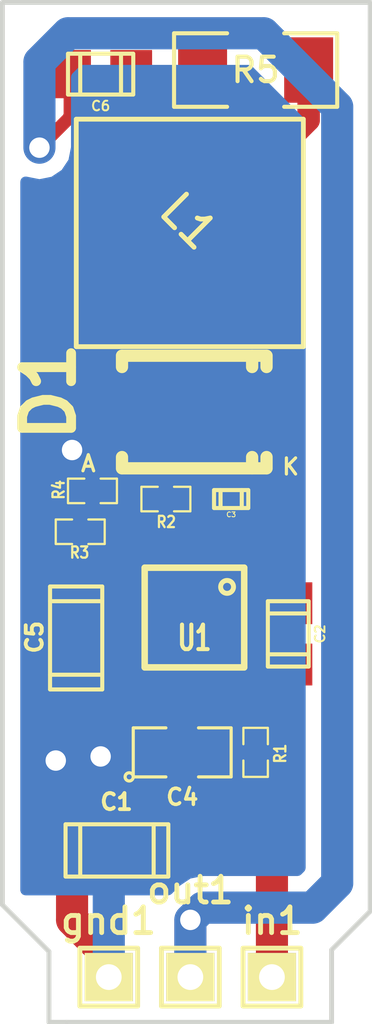
<source format=kicad_pcb>
(kicad_pcb (version 4) (host pcbnew "(2014-10-31 BZR 5243)-product")

  (general
    (links 28)
    (no_connects 0)
    (area 148.790143 109.074999 171.286143 140.925001)
    (thickness 1.6)
    (drawings 9)
    (tracks 109)
    (zones 0)
    (modules 17)
    (nets 11)
  )

  (page A4)
  (layers
    (0 F.Cu signal)
    (31 B.Cu signal)
    (32 B.Adhes user)
    (33 F.Adhes user)
    (34 B.Paste user)
    (35 F.Paste user)
    (36 B.SilkS user)
    (37 F.SilkS user)
    (38 B.Mask user)
    (39 F.Mask user)
    (40 Dwgs.User user)
    (41 Cmts.User user)
    (42 Eco1.User user)
    (43 Eco2.User user)
    (44 Edge.Cuts user)
  )

  (setup
    (last_trace_width 0.254)
    (user_trace_width 0.3)
    (user_trace_width 0.35)
    (user_trace_width 0.4)
    (user_trace_width 0.45)
    (user_trace_width 0.5)
    (user_trace_width 0.6)
    (user_trace_width 0.7)
    (user_trace_width 0.8)
    (user_trace_width 0.9)
    (user_trace_width 1)
    (trace_clearance 0.254)
    (zone_clearance 0.4826)
    (zone_45_only no)
    (trace_min 0.254)
    (segment_width 0.2)
    (edge_width 0.15)
    (via_size 0.889)
    (via_drill 0.635)
    (via_min_size 0.889)
    (via_min_drill 0.508)
    (uvia_size 0.508)
    (uvia_drill 0.127)
    (uvias_allowed no)
    (uvia_min_size 0.508)
    (uvia_min_drill 0.127)
    (pcb_text_width 0.3)
    (pcb_text_size 1 1)
    (mod_edge_width 0.15)
    (mod_text_size 1 1)
    (mod_text_width 0.15)
    (pad_size 1 1)
    (pad_drill 0.6)
    (pad_to_mask_clearance 0)
    (aux_axis_origin 0 0)
    (visible_elements FFFFFF7F)
    (pcbplotparams
      (layerselection 0x01000_00000000)
      (usegerberextensions true)
      (excludeedgelayer true)
      (linewidth 0.100000)
      (plotframeref false)
      (viasonmask false)
      (mode 1)
      (useauxorigin false)
      (hpglpennumber 1)
      (hpglpenspeed 20)
      (hpglpendiameter 15)
      (hpglpenoverlay 2)
      (psnegative false)
      (psa4output false)
      (plotreference true)
      (plotvalue true)
      (plotinvisibletext false)
      (padsonsilk false)
      (subtractmaskfromsilk false)
      (outputformat 1)
      (mirror false)
      (drillshape 0)
      (scaleselection 1)
      (outputdirectory gerber/))
  )

  (net 0 "")
  (net 1 "Net-(C1-Pad1)")
  (net 2 GND)
  (net 3 "Net-(C3-Pad1)")
  (net 4 "Net-(C3-Pad2)")
  (net 5 "Net-(C4-Pad2)")
  (net 6 "Net-(C5-Pad1)")
  (net 7 "Net-(C5-Pad2)")
  (net 8 "Net-(C6-Pad2)")
  (net 9 "Net-(R1-Pad2)")
  (net 10 "Net-(R2-Pad1)")

  (net_class Default "Dies ist die voreingestellte Netzklasse."
    (clearance 0.254)
    (trace_width 0.254)
    (via_dia 0.889)
    (via_drill 0.635)
    (uvia_dia 0.508)
    (uvia_drill 0.127)
    (add_net GND)
    (add_net "Net-(C1-Pad1)")
    (add_net "Net-(C3-Pad1)")
    (add_net "Net-(C3-Pad2)")
    (add_net "Net-(C4-Pad2)")
    (add_net "Net-(C5-Pad1)")
    (add_net "Net-(C5-Pad2)")
    (add_net "Net-(C6-Pad2)")
    (add_net "Net-(R1-Pad2)")
    (add_net "Net-(R2-Pad1)")
  )

  (module Capacitors_SMD:c_1206 (layer F.Cu) (tedit 5473DA95) (tstamp 533F33AD)
    (at 153.416 135.509)
    (descr "SMT capacitor, 1206")
    (path /52FBFDD0)
    (fp_text reference C1 (at -0.016 -1.509) (layer F.SilkS)
      (effects (font (size 0.50038 0.50038) (thickness 0.11938)))
    )
    (fp_text value Cin (at 0 1.27) (layer F.SilkS) hide
      (effects (font (size 0.50038 0.50038) (thickness 0.11938)))
    )
    (fp_line (start 1.143 0.8128) (end 1.143 -0.8128) (layer F.SilkS) (width 0.127))
    (fp_line (start -1.143 -0.8128) (end -1.143 0.8128) (layer F.SilkS) (width 0.127))
    (fp_line (start -1.6002 -0.8128) (end -1.6002 0.8128) (layer F.SilkS) (width 0.127))
    (fp_line (start -1.6002 0.8128) (end 1.6002 0.8128) (layer F.SilkS) (width 0.127))
    (fp_line (start 1.6002 0.8128) (end 1.6002 -0.8128) (layer F.SilkS) (width 0.127))
    (fp_line (start 1.6002 -0.8128) (end -1.6002 -0.8128) (layer F.SilkS) (width 0.127))
    (pad 1 smd rect (at 1.397 0) (size 1.6002 1.8034) (layers F.Cu F.Paste F.Mask)
      (net 1 "Net-(C1-Pad1)"))
    (pad 2 smd rect (at -1.397 0) (size 1.6002 1.8034) (layers F.Cu F.Paste F.Mask)
      (net 2 GND))
    (model smd/capacitors/c_1206.wrl
      (at (xyz 0 0 0))
      (scale (xyz 1 1 1))
      (rotate (xyz 0 0 0))
    )
  )

  (module Capacitors_SMD:c_0805 (layer F.Cu) (tedit 533F3362) (tstamp 533F33B9)
    (at 158.75 128.778 270)
    (descr "SMT capacitor, 0805")
    (path /52FBFDE2)
    (fp_text reference C2 (at 0 -0.9906 270) (layer F.SilkS)
      (effects (font (size 0.29972 0.29972) (thickness 0.06096)))
    )
    (fp_text value Cinx (at 0 0.9906 270) (layer F.SilkS) hide
      (effects (font (size 0.29972 0.29972) (thickness 0.06096)))
    )
    (fp_line (start 0.635 -0.635) (end 0.635 0.635) (layer F.SilkS) (width 0.127))
    (fp_line (start -0.635 -0.635) (end -0.635 0.6096) (layer F.SilkS) (width 0.127))
    (fp_line (start -1.016 -0.635) (end 1.016 -0.635) (layer F.SilkS) (width 0.127))
    (fp_line (start 1.016 -0.635) (end 1.016 0.635) (layer F.SilkS) (width 0.127))
    (fp_line (start 1.016 0.635) (end -1.016 0.635) (layer F.SilkS) (width 0.127))
    (fp_line (start -1.016 0.635) (end -1.016 -0.635) (layer F.SilkS) (width 0.127))
    (pad 1 smd rect (at 0.9525 0 270) (size 1.30048 1.4986) (layers F.Cu F.Paste F.Mask)
      (net 1 "Net-(C1-Pad1)"))
    (pad 2 smd rect (at -0.9525 0 270) (size 1.30048 1.4986) (layers F.Cu F.Paste F.Mask)
      (net 2 GND))
    (model smd/capacitors/c_0805.wrl
      (at (xyz 0 0 0))
      (scale (xyz 1 1 1))
      (rotate (xyz 0 0 0))
    )
  )

  (module Capacitors_SMD:c_0402 (layer F.Cu) (tedit 533F3362) (tstamp 533F33C5)
    (at 156.972 124.587 180)
    (descr "SMT capacitor, 0402")
    (path /52FBFE01)
    (fp_text reference C3 (at 0 -0.4826 180) (layer F.SilkS)
      (effects (font (size 0.1524 0.1524) (thickness 0.03048)))
    )
    (fp_text value Cb (at 0 0.4826 180) (layer F.SilkS) hide
      (effects (font (size 0.1524 0.1524) (thickness 0.03048)))
    )
    (fp_line (start 0.3302 -0.2794) (end 0.3302 0.2794) (layer F.SilkS) (width 0.127))
    (fp_line (start -0.3302 -0.2794) (end -0.3302 0.2794) (layer F.SilkS) (width 0.127))
    (fp_line (start -0.5334 -0.2794) (end -0.5334 0.2794) (layer F.SilkS) (width 0.127))
    (fp_line (start -0.5334 0.2794) (end 0.5334 0.2794) (layer F.SilkS) (width 0.127))
    (fp_line (start 0.5334 0.2794) (end 0.5334 -0.2794) (layer F.SilkS) (width 0.127))
    (fp_line (start 0.5334 -0.2794) (end -0.5334 -0.2794) (layer F.SilkS) (width 0.127))
    (pad 1 smd rect (at 0.54864 0 180) (size 0.8001 0.6985) (layers F.Cu F.Paste F.Mask)
      (net 3 "Net-(C3-Pad1)"))
    (pad 2 smd rect (at -0.54864 0 180) (size 0.8001 0.6985) (layers F.Cu F.Paste F.Mask)
      (net 4 "Net-(C3-Pad2)"))
    (model smd/capacitors/c_0402.wrl
      (at (xyz 0 0 0))
      (scale (xyz 1 1 1))
      (rotate (xyz 0 0 0))
    )
  )

  (module Capacitors_SMD:c_1206 (layer F.Cu) (tedit 533F3362) (tstamp 533F33DD)
    (at 152.146 128.905 90)
    (descr "SMT capacitor, 1206")
    (path /52FBFEA0)
    (fp_text reference C5 (at 0.0254 -1.2954 90) (layer F.SilkS)
      (effects (font (size 0.50038 0.50038) (thickness 0.11938)))
    )
    (fp_text value Cff (at 0 1.27 90) (layer F.SilkS) hide
      (effects (font (size 0.50038 0.50038) (thickness 0.11938)))
    )
    (fp_line (start 1.143 0.8128) (end 1.143 -0.8128) (layer F.SilkS) (width 0.127))
    (fp_line (start -1.143 -0.8128) (end -1.143 0.8128) (layer F.SilkS) (width 0.127))
    (fp_line (start -1.6002 -0.8128) (end -1.6002 0.8128) (layer F.SilkS) (width 0.127))
    (fp_line (start -1.6002 0.8128) (end 1.6002 0.8128) (layer F.SilkS) (width 0.127))
    (fp_line (start 1.6002 0.8128) (end 1.6002 -0.8128) (layer F.SilkS) (width 0.127))
    (fp_line (start 1.6002 -0.8128) (end -1.6002 -0.8128) (layer F.SilkS) (width 0.127))
    (pad 1 smd rect (at 1.397 0 90) (size 1.6002 1.8034) (layers F.Cu F.Paste F.Mask)
      (net 6 "Net-(C5-Pad1)"))
    (pad 2 smd rect (at -1.397 0 90) (size 1.6002 1.8034) (layers F.Cu F.Paste F.Mask)
      (net 7 "Net-(C5-Pad2)"))
    (model smd/capacitors/c_1206.wrl
      (at (xyz 0 0 0))
      (scale (xyz 1 1 1))
      (rotate (xyz 0 0 0))
    )
  )

  (module Capacitors_SMD:c_0805 (layer F.Cu) (tedit 533F3362) (tstamp 533F33E9)
    (at 152.908 111.379 180)
    (descr "SMT capacitor, 0805")
    (path /52FBFEF2)
    (fp_text reference C6 (at 0 -0.9906 180) (layer F.SilkS)
      (effects (font (size 0.29972 0.29972) (thickness 0.06096)))
    )
    (fp_text value Cout (at 0 0.9906 180) (layer F.SilkS) hide
      (effects (font (size 0.29972 0.29972) (thickness 0.06096)))
    )
    (fp_line (start 0.635 -0.635) (end 0.635 0.635) (layer F.SilkS) (width 0.127))
    (fp_line (start -0.635 -0.635) (end -0.635 0.6096) (layer F.SilkS) (width 0.127))
    (fp_line (start -1.016 -0.635) (end 1.016 -0.635) (layer F.SilkS) (width 0.127))
    (fp_line (start 1.016 -0.635) (end 1.016 0.635) (layer F.SilkS) (width 0.127))
    (fp_line (start 1.016 0.635) (end -1.016 0.635) (layer F.SilkS) (width 0.127))
    (fp_line (start -1.016 0.635) (end -1.016 -0.635) (layer F.SilkS) (width 0.127))
    (pad 1 smd rect (at 0.9525 0 180) (size 1.30048 1.4986) (layers F.Cu F.Paste F.Mask)
      (net 6 "Net-(C5-Pad1)"))
    (pad 2 smd rect (at -0.9525 0 180) (size 1.30048 1.4986) (layers F.Cu F.Paste F.Mask)
      (net 8 "Net-(C6-Pad2)"))
    (model smd/capacitors/c_0805.wrl
      (at (xyz 0 0 0))
      (scale (xyz 1 1 1))
      (rotate (xyz 0 0 0))
    )
  )

  (module Diodes_SMD:Diode-SMA_Standard (layer F.Cu) (tedit 5473DA09) (tstamp 533F33FA)
    (at 155.82392 121.8819)
    (descr "Diode SMA")
    (tags "Diode SMA")
    (path /52FBFE0E)
    (attr smd)
    (fp_text reference D1 (at -4.52392 -0.6319 270) (layer F.SilkS)
      (effects (font (thickness 0.3048)))
    )
    (fp_text value DIODESCH (at 0 3.81) (layer F.SilkS) hide
      (effects (font (thickness 0.3048)))
    )
    (fp_text user A (at -3.29946 1.6002) (layer F.SilkS)
      (effects (font (size 0.50038 0.50038) (thickness 0.09906)))
    )
    (fp_text user K (at 2.99974 1.69926) (layer F.SilkS)
      (effects (font (size 0.50038 0.50038) (thickness 0.09906)))
    )
    (fp_circle (center 0 0) (end 0.20066 -0.0508) (layer F.Adhes) (width 0.381))
    (fp_line (start 1.80086 1.75006) (end 1.80086 1.39954) (layer F.SilkS) (width 0.381))
    (fp_line (start 1.80086 -1.75006) (end 1.80086 -1.39954) (layer F.SilkS) (width 0.381))
    (fp_line (start 2.25044 1.75006) (end 2.25044 1.39954) (layer F.SilkS) (width 0.381))
    (fp_line (start -2.25044 1.75006) (end -2.25044 1.39954) (layer F.SilkS) (width 0.381))
    (fp_line (start -2.25044 -1.75006) (end -2.25044 -1.39954) (layer F.SilkS) (width 0.381))
    (fp_line (start 2.25044 -1.75006) (end 2.25044 -1.39954) (layer F.SilkS) (width 0.381))
    (fp_line (start -2.25044 1.75006) (end 2.25044 1.75006) (layer F.SilkS) (width 0.381))
    (fp_line (start -2.25044 -1.75006) (end 2.25044 -1.75006) (layer F.SilkS) (width 0.381))
    (pad 1 smd rect (at -1.99898 0) (size 2.49936 1.80086) (layers F.Cu F.Paste F.Mask)
      (net 2 GND))
    (pad 2 smd rect (at 1.99898 0) (size 2.49936 1.80086) (layers F.Cu F.Paste F.Mask)
      (net 4 "Net-(C3-Pad2)"))
    (model SMA_Faktor03937_RevA_06Sep2012.wrl
      (at (xyz 0 0 0))
      (scale (xyz 0.3937 0.3937 0.3937))
      (rotate (xyz 0 0 0))
    )
  )

  (module SMD_Packages:SM0402 (layer F.Cu) (tedit 5473DA45) (tstamp 534053F7)
    (at 157.734 132.461 270)
    (path /52FBFDEF)
    (attr smd)
    (fp_text reference R1 (at 0.039 -0.766 270) (layer F.SilkS)
      (effects (font (size 0.35052 0.3048) (thickness 0.07112)))
    )
    (fp_text value Ron (at 0.09906 0 270) (layer F.SilkS) hide
      (effects (font (size 0.35052 0.3048) (thickness 0.07112)))
    )
    (fp_line (start -0.254 -0.381) (end -0.762 -0.381) (layer F.SilkS) (width 0.07112))
    (fp_line (start -0.762 -0.381) (end -0.762 0.381) (layer F.SilkS) (width 0.07112))
    (fp_line (start -0.762 0.381) (end -0.254 0.381) (layer F.SilkS) (width 0.07112))
    (fp_line (start 0.254 -0.381) (end 0.762 -0.381) (layer F.SilkS) (width 0.07112))
    (fp_line (start 0.762 -0.381) (end 0.762 0.381) (layer F.SilkS) (width 0.07112))
    (fp_line (start 0.762 0.381) (end 0.254 0.381) (layer F.SilkS) (width 0.07112))
    (pad 1 smd rect (at -0.44958 0 270) (size 0.39878 0.59944) (layers F.Cu F.Paste F.Mask)
      (net 1 "Net-(C1-Pad1)"))
    (pad 2 smd rect (at 0.44958 0 270) (size 0.39878 0.59944) (layers F.Cu F.Paste F.Mask)
      (net 9 "Net-(R1-Pad2)"))
    (model smd\chip_cms.wrl
      (at (xyz 0 0 0.002))
      (scale (xyz 0.05 0.05 0.05))
      (rotate (xyz 0 0 0))
    )
  )

  (module SMD_Packages:SM0402 (layer F.Cu) (tedit 5473DA17) (tstamp 533F341E)
    (at 154.94 124.587 180)
    (path /52FBFE5D)
    (attr smd)
    (fp_text reference R2 (at -0.01 -0.713 180) (layer F.SilkS)
      (effects (font (size 0.35052 0.3048) (thickness 0.07112)))
    )
    (fp_text value Rilim (at 0.09906 0 180) (layer F.SilkS) hide
      (effects (font (size 0.35052 0.3048) (thickness 0.07112)))
    )
    (fp_line (start -0.254 -0.381) (end -0.762 -0.381) (layer F.SilkS) (width 0.07112))
    (fp_line (start -0.762 -0.381) (end -0.762 0.381) (layer F.SilkS) (width 0.07112))
    (fp_line (start -0.762 0.381) (end -0.254 0.381) (layer F.SilkS) (width 0.07112))
    (fp_line (start 0.254 -0.381) (end 0.762 -0.381) (layer F.SilkS) (width 0.07112))
    (fp_line (start 0.762 -0.381) (end 0.762 0.381) (layer F.SilkS) (width 0.07112))
    (fp_line (start 0.762 0.381) (end 0.254 0.381) (layer F.SilkS) (width 0.07112))
    (pad 1 smd rect (at -0.44958 0 180) (size 0.39878 0.59944) (layers F.Cu F.Paste F.Mask)
      (net 10 "Net-(R2-Pad1)"))
    (pad 2 smd rect (at 0.44958 0 180) (size 0.39878 0.59944) (layers F.Cu F.Paste F.Mask)
      (net 2 GND))
    (model smd\chip_cms.wrl
      (at (xyz 0 0 0.002))
      (scale (xyz 0.05 0.05 0.05))
      (rotate (xyz 0 0 0))
    )
  )

  (module SMD_Packages:SM0402 (layer F.Cu) (tedit 5473DA2A) (tstamp 533F342A)
    (at 152.273 125.603)
    (path /52FBFEC0)
    (attr smd)
    (fp_text reference R3 (at -0.023 0.647) (layer F.SilkS)
      (effects (font (size 0.35052 0.3048) (thickness 0.07112)))
    )
    (fp_text value Rfbt (at 0.09906 0) (layer F.SilkS) hide
      (effects (font (size 0.35052 0.3048) (thickness 0.07112)))
    )
    (fp_line (start -0.254 -0.381) (end -0.762 -0.381) (layer F.SilkS) (width 0.07112))
    (fp_line (start -0.762 -0.381) (end -0.762 0.381) (layer F.SilkS) (width 0.07112))
    (fp_line (start -0.762 0.381) (end -0.254 0.381) (layer F.SilkS) (width 0.07112))
    (fp_line (start 0.254 -0.381) (end 0.762 -0.381) (layer F.SilkS) (width 0.07112))
    (fp_line (start 0.762 -0.381) (end 0.762 0.381) (layer F.SilkS) (width 0.07112))
    (fp_line (start 0.762 0.381) (end 0.254 0.381) (layer F.SilkS) (width 0.07112))
    (pad 1 smd rect (at -0.44958 0) (size 0.39878 0.59944) (layers F.Cu F.Paste F.Mask)
      (net 6 "Net-(C5-Pad1)"))
    (pad 2 smd rect (at 0.44958 0) (size 0.39878 0.59944) (layers F.Cu F.Paste F.Mask)
      (net 7 "Net-(C5-Pad2)"))
    (model smd\chip_cms.wrl
      (at (xyz 0 0 0.002))
      (scale (xyz 0.05 0.05 0.05))
      (rotate (xyz 0 0 0))
    )
  )

  (module SMD_Packages:SM0402 (layer F.Cu) (tedit 5473DA21) (tstamp 533F3436)
    (at 152.654 124.333)
    (path /52FBFED9)
    (attr smd)
    (fp_text reference R4 (at -1.054 -0.033 90) (layer F.SilkS)
      (effects (font (size 0.35052 0.3048) (thickness 0.07112)))
    )
    (fp_text value Rfbb (at 0.09906 0) (layer F.SilkS) hide
      (effects (font (size 0.35052 0.3048) (thickness 0.07112)))
    )
    (fp_line (start -0.254 -0.381) (end -0.762 -0.381) (layer F.SilkS) (width 0.07112))
    (fp_line (start -0.762 -0.381) (end -0.762 0.381) (layer F.SilkS) (width 0.07112))
    (fp_line (start -0.762 0.381) (end -0.254 0.381) (layer F.SilkS) (width 0.07112))
    (fp_line (start 0.254 -0.381) (end 0.762 -0.381) (layer F.SilkS) (width 0.07112))
    (fp_line (start 0.762 -0.381) (end 0.762 0.381) (layer F.SilkS) (width 0.07112))
    (fp_line (start 0.762 0.381) (end 0.254 0.381) (layer F.SilkS) (width 0.07112))
    (pad 1 smd rect (at -0.44958 0) (size 0.39878 0.59944) (layers F.Cu F.Paste F.Mask)
      (net 7 "Net-(C5-Pad2)"))
    (pad 2 smd rect (at 0.44958 0) (size 0.39878 0.59944) (layers F.Cu F.Paste F.Mask)
      (net 2 GND))
    (model smd\chip_cms.wrl
      (at (xyz 0 0 0.002))
      (scale (xyz 0.05 0.05 0.05))
      (rotate (xyz 0 0 0))
    )
  )

  (module SMD_Packages:SM1206 (layer F.Cu) (tedit 533F3360) (tstamp 533F3442)
    (at 157.734 111.252)
    (path /52FBFF17)
    (attr smd)
    (fp_text reference R5 (at 0 0) (layer F.SilkS)
      (effects (font (size 0.762 0.762) (thickness 0.127)))
    )
    (fp_text value Rseries (at 0 0) (layer F.SilkS) hide
      (effects (font (size 0.762 0.762) (thickness 0.127)))
    )
    (fp_line (start -2.54 -1.143) (end -2.54 1.143) (layer F.SilkS) (width 0.127))
    (fp_line (start -2.54 1.143) (end -0.889 1.143) (layer F.SilkS) (width 0.127))
    (fp_line (start 0.889 -1.143) (end 2.54 -1.143) (layer F.SilkS) (width 0.127))
    (fp_line (start 2.54 -1.143) (end 2.54 1.143) (layer F.SilkS) (width 0.127))
    (fp_line (start 2.54 1.143) (end 0.889 1.143) (layer F.SilkS) (width 0.127))
    (fp_line (start -0.889 -1.143) (end -2.54 -1.143) (layer F.SilkS) (width 0.127))
    (pad 1 smd rect (at -1.651 0) (size 1.524 2.032) (layers F.Cu F.Paste F.Mask)
      (net 8 "Net-(C6-Pad2)"))
    (pad 2 smd rect (at 1.651 0) (size 1.524 2.032) (layers F.Cu F.Paste F.Mask)
      (net 2 GND))
    (model smd/chip_cms.wrl
      (at (xyz 0 0 0))
      (scale (xyz 0.17 0.16 0.16))
      (rotate (xyz 0 0 0))
    )
  )

  (module SMD_Packages:SSOP8-9 (layer F.Cu) (tedit 533F3360) (tstamp 533F3455)
    (at 155.829 128.27 180)
    (path /533F233B)
    (attr smd)
    (fp_text reference U1 (at 0 -0.635 180) (layer F.SilkS)
      (effects (font (size 0.762 0.508) (thickness 0.1524)))
    )
    (fp_text value L5009 (at 0 0.762 180) (layer F.SilkS) hide
      (effects (font (size 0.762 0.508) (thickness 0.1524)))
    )
    (fp_circle (center -1.016 0.9525) (end -1.0795 1.143) (layer F.SilkS) (width 0.1524))
    (fp_line (start 0 -1.5494) (end -1.5494 -1.5494) (layer F.SilkS) (width 0.2032))
    (fp_line (start -1.5494 -1.5494) (end -1.5494 1.5494) (layer F.SilkS) (width 0.2032))
    (fp_line (start -1.5494 1.5494) (end 1.5494 1.5494) (layer F.SilkS) (width 0.2032))
    (fp_line (start 1.5494 1.5494) (end 1.5494 -1.5494) (layer F.SilkS) (width 0.2032))
    (fp_line (start 1.5494 -1.5494) (end 0 -1.5494) (layer F.SilkS) (width 0.2032))
    (pad 1 smd rect (at -0.98044 1.99898 180) (size 0.4191 1.1684) (layers F.Cu F.Paste F.Mask)
      (net 4 "Net-(C3-Pad2)"))
    (pad 2 smd rect (at -0.3302 1.99898 180) (size 0.4191 1.1684) (layers F.Cu F.Paste F.Mask)
      (net 3 "Net-(C3-Pad1)"))
    (pad 3 smd rect (at 0.3302 1.99898 180) (size 0.4191 1.1684) (layers F.Cu F.Paste F.Mask)
      (net 10 "Net-(R2-Pad1)"))
    (pad 4 smd rect (at 0.98044 1.99898 180) (size 0.4191 1.1684) (layers F.Cu F.Paste F.Mask)
      (net 2 GND))
    (pad 5 smd rect (at 0.98044 -1.99898 180) (size 0.4191 1.1684) (layers F.Cu F.Paste F.Mask)
      (net 7 "Net-(C5-Pad2)"))
    (pad 6 smd rect (at 0.3302 -1.99898 180) (size 0.4191 1.1684) (layers F.Cu F.Paste F.Mask)
      (net 9 "Net-(R1-Pad2)"))
    (pad 7 smd rect (at -0.3302 -1.99898 180) (size 0.4191 1.1684) (layers F.Cu F.Paste F.Mask)
      (net 5 "Net-(C4-Pad2)"))
    (pad 8 smd rect (at -0.98044 -1.99898 180) (size 0.4191 1.1684) (layers F.Cu F.Paste F.Mask)
      (net 1 "Net-(C1-Pad1)"))
    (pad 9 smd rect (at 0 0 180) (size 2.794 2.0828) (layers F.Cu F.Paste F.Mask)
      (net 2 GND))
    (model smd/cms_so8.wrl
      (at (xyz 0 0 0))
      (scale (xyz 0.25 0.25 0.25))
      (rotate (xyz 0 0 0))
    )
  )

  (module SMD_Packages:SM0805 (layer F.Cu) (tedit 5473DA8D) (tstamp 534053DD)
    (at 155.448 132.461)
    (path /52FBFE76)
    (attr smd)
    (fp_text reference C4 (at 0.002 1.389) (layer F.SilkS)
      (effects (font (size 0.50038 0.50038) (thickness 0.10922)))
    )
    (fp_text value Cbyb (at 0.002 1.189) (layer F.SilkS) hide
      (effects (font (size 0.50038 0.50038) (thickness 0.10922)))
    )
    (fp_circle (center -1.651 0.762) (end -1.651 0.635) (layer F.SilkS) (width 0.09906))
    (fp_line (start -0.508 0.762) (end -1.524 0.762) (layer F.SilkS) (width 0.09906))
    (fp_line (start -1.524 0.762) (end -1.524 -0.762) (layer F.SilkS) (width 0.09906))
    (fp_line (start -1.524 -0.762) (end -0.508 -0.762) (layer F.SilkS) (width 0.09906))
    (fp_line (start 0.508 -0.762) (end 1.524 -0.762) (layer F.SilkS) (width 0.09906))
    (fp_line (start 1.524 -0.762) (end 1.524 0.762) (layer F.SilkS) (width 0.09906))
    (fp_line (start 1.524 0.762) (end 0.508 0.762) (layer F.SilkS) (width 0.09906))
    (pad 1 smd rect (at -0.9525 0) (size 0.889 1.397) (layers F.Cu F.Paste F.Mask)
      (net 2 GND))
    (pad 2 smd rect (at 0.9525 0) (size 0.889 1.397) (layers F.Cu F.Paste F.Mask)
      (net 5 "Net-(C4-Pad2)"))
    (model smd/chip_cms.wrl
      (at (xyz 0 0 0))
      (scale (xyz 0.1 0.1 0.1))
      (rotate (xyz 0 0 0))
    )
  )

  (module Connect:SIL-1 (layer F.Cu) (tedit 5473DA70) (tstamp 53405FE5)
    (at 153.162 139.446 90)
    (descr "Connecteurs 1 pin")
    (tags "CONN DEV")
    (path /53405F55)
    (fp_text reference gnd1 (at 1.746 -0.012 180) (layer F.SilkS)
      (effects (font (size 0.8 0.8) (thickness 0.15)))
    )
    (fp_text value CONN_1 (at 0.1 -1.7 90) (layer F.SilkS) hide
      (effects (font (size 0.8 0.8) (thickness 0.15)))
    )
    (fp_line (start -0.9 -0.9) (end 0.9 -0.9) (layer F.SilkS) (width 0.15))
    (fp_line (start 0.9 -0.9) (end 0.9 0.9) (layer F.SilkS) (width 0.15))
    (fp_line (start 0.9 0.9) (end -0.9 0.9) (layer F.SilkS) (width 0.15))
    (fp_line (start -0.9 0.9) (end -0.9 -0.9) (layer F.SilkS) (width 0.15))
    (pad 1 thru_hole rect (at 0 0 90) (size 1.5 1.5) (drill 0.8) (layers *.Cu *.Mask F.SilkS)
      (net 2 GND))
  )

  (module Connect:SIL-1 (layer F.Cu) (tedit 5473DA56) (tstamp 53405FEE)
    (at 158.242 139.446 90)
    (descr "Connecteurs 1 pin")
    (tags "CONN DEV")
    (path /53405F28)
    (fp_text reference in1 (at 1.746 0.008 180) (layer F.SilkS)
      (effects (font (size 0.8 0.8) (thickness 0.15)))
    )
    (fp_text value CONN_1 (at 0.1 -1.7 90) (layer F.SilkS) hide
      (effects (font (size 0.8 0.8) (thickness 0.15)))
    )
    (fp_line (start -0.9 -0.9) (end 0.9 -0.9) (layer F.SilkS) (width 0.15))
    (fp_line (start 0.9 -0.9) (end 0.9 0.9) (layer F.SilkS) (width 0.15))
    (fp_line (start 0.9 0.9) (end -0.9 0.9) (layer F.SilkS) (width 0.15))
    (fp_line (start -0.9 0.9) (end -0.9 -0.9) (layer F.SilkS) (width 0.15))
    (pad 1 thru_hole rect (at 0 0 90) (size 1.5 1.5) (drill 0.8) (layers *.Cu *.Mask F.SilkS)
      (net 1 "Net-(C1-Pad1)"))
  )

  (module Connect:SIL-1 (layer F.Cu) (tedit 5473DA68) (tstamp 53405FF7)
    (at 155.702 139.446 90)
    (descr "Connecteurs 1 pin")
    (tags "CONN DEV")
    (path /53405F6E)
    (fp_text reference out1 (at 2.696 -0.002 180) (layer F.SilkS)
      (effects (font (size 0.8 0.8) (thickness 0.15)))
    )
    (fp_text value CONN_1 (at 0.1 -1.7 90) (layer F.SilkS) hide
      (effects (font (size 0.8 0.8) (thickness 0.15)))
    )
    (fp_line (start -0.9 -0.9) (end 0.9 -0.9) (layer F.SilkS) (width 0.15))
    (fp_line (start 0.9 -0.9) (end 0.9 0.9) (layer F.SilkS) (width 0.15))
    (fp_line (start 0.9 0.9) (end -0.9 0.9) (layer F.SilkS) (width 0.15))
    (fp_line (start -0.9 0.9) (end -0.9 -0.9) (layer F.SilkS) (width 0.15))
    (pad 1 thru_hole rect (at 0 0 90) (size 1.5 1.5) (drill 0.8) (layers *.Cu *.Mask F.SilkS)
      (net 6 "Net-(C5-Pad1)"))
  )

  (module toni:SRR7032_Series (layer F.Cu) (tedit 5473DA12) (tstamp 5473D6EB)
    (at 157.099 117.729 135)
    (path /52FBFE22)
    (fp_text reference L1 (at 2.282541 0.233345 135) (layer F.SilkS)
      (effects (font (size 1 1) (thickness 0.15)))
    )
    (fp_text value INDUCTOR_SMALL (at -6.66236 3.945656 135) (layer F.SilkS) hide
      (effects (font (size 1 1) (thickness 0.15)))
    )
    (fp_line (start -3 0) (end 2 5) (layer F.SilkS) (width 0.15))
    (fp_line (start 2 5) (end 7 0) (layer F.SilkS) (width 0.15))
    (fp_line (start 7 0) (end 2 -5) (layer F.SilkS) (width 0.15))
    (fp_line (start 2 -5) (end -3 0) (layer F.SilkS) (width 0.15))
    (pad 1 smd rect (at -0.9 0 135) (size 1.8 2.4) (layers F.Cu F.Paste F.Mask)
      (net 4 "Net-(C3-Pad2)"))
    (pad 2 smd rect (at 5.1 0 135) (size 1.8 2.4) (layers F.Cu F.Paste F.Mask)
      (net 6 "Net-(C5-Pad1)"))
  )

  (gr_line (start 160.1 140.85) (end 151.85 140.85) (angle 90) (layer Edge.Cuts) (width 0.15))
  (gr_line (start 160.1 138.6) (end 160.1 140.85) (angle 90) (layer Edge.Cuts) (width 0.15))
  (gr_line (start 161.3 137.4) (end 160.1 138.6) (angle 90) (layer Edge.Cuts) (width 0.15))
  (gr_line (start 149.85 109.15) (end 161.3 109.15) (angle 90) (layer Edge.Cuts) (width 0.15))
  (gr_line (start 149.85 137.2) (end 149.85 109.15) (angle 90) (layer Edge.Cuts) (width 0.15))
  (gr_line (start 151.3 138.65) (end 149.85 137.2) (angle 90) (layer Edge.Cuts) (width 0.15))
  (gr_line (start 151.3 140.85) (end 151.3 138.65) (angle 90) (layer Edge.Cuts) (width 0.15))
  (gr_line (start 151.85 140.85) (end 151.3 140.85) (angle 90) (layer Edge.Cuts) (width 0.15))
  (gr_line (start 161.3 109.15) (end 161.3 137.4) (angle 90) (layer Edge.Cuts) (width 0.15))

  (segment (start 157.734 132.01142) (end 158.55442 132.01142) (width 0.4) (layer F.Cu) (net 1))
  (segment (start 158.55442 132.01142) (end 159.004 132.461) (width 0.45) (layer F.Cu) (net 1) (tstamp 53406220))
  (segment (start 159.004 132.461) (end 159.004 134.239) (width 0.45) (layer F.Cu) (net 1) (tstamp 53406221))
  (segment (start 159.004 134.239) (end 158.623 134.62) (width 0.45) (layer F.Cu) (net 1) (tstamp 53406225))
  (segment (start 157.734 132.01142) (end 157.734 131.19354) (width 0.35) (layer F.Cu) (net 1))
  (segment (start 157.734 131.19354) (end 156.80944 130.26898) (width 0.35) (layer F.Cu) (net 1) (tstamp 5340541D))
  (segment (start 156.80944 130.26898) (end 158.21152 130.26898) (width 0.35) (layer F.Cu) (net 1))
  (segment (start 158.242 139.446) (end 158.242 136.017) (width 1) (layer F.Cu) (net 1))
  (segment (start 158.242 136.017) (end 157.734 135.509) (width 1) (layer F.Cu) (net 1) (tstamp 534060D5))
  (segment (start 154.813 135.509) (end 157.734 135.509) (width 1) (layer F.Cu) (net 1))
  (segment (start 157.734 135.509) (end 157.988 135.255) (width 0.254) (layer F.Cu) (net 1) (tstamp 53405E0F))
  (segment (start 158.21152 130.26898) (end 158.75 129.7305) (width 0.254) (layer F.Cu) (net 1) (tstamp 5340546B))
  (segment (start 157.988 135.255) (end 158.623 134.62) (width 1) (layer F.Cu) (net 1) (tstamp 5340544C))
  (segment (start 156.78658 130.29184) (end 156.80944 130.26898) (width 0.254) (layer F.Cu) (net 1) (tstamp 5340510E))
  (segment (start 153.162 139.446) (end 153.162 132.842) (width 1) (layer B.Cu) (net 2))
  (segment (start 153.162 132.842) (end 152.908 132.588) (width 1) (layer B.Cu) (net 2) (tstamp 534060C1))
  (segment (start 153.162 139.446) (end 153.162 138.811) (width 1) (layer F.Cu) (net 2))
  (segment (start 153.162 138.811) (end 152.019 137.668) (width 1) (layer F.Cu) (net 2) (tstamp 53406030))
  (segment (start 152.019 137.668) (end 152.019 135.509) (width 1) (layer F.Cu) (net 2) (tstamp 53406031))
  (segment (start 152.019 133.223) (end 152.273 133.223) (width 0.254) (layer F.Cu) (net 2))
  (segment (start 152.273 133.223) (end 152.908 132.588) (width 1) (layer F.Cu) (net 2) (tstamp 53405E0C))
  (via (at 152.908 132.588) (size 0.889) (layers F.Cu B.Cu) (net 2))
  (segment (start 152.019 133.223) (end 151.511 132.715) (width 0.254) (layer F.Cu) (net 2) (tstamp 53405DFD))
  (segment (start 152.908 132.588) (end 151.638 132.588) (width 1) (layer F.Cu) (net 2))
  (via (at 151.511 132.715) (size 0.889) (layers F.Cu B.Cu) (net 2))
  (segment (start 151.638 132.588) (end 151.511 132.715) (width 0.254) (layer F.Cu) (net 2) (tstamp 53405CAB))
  (segment (start 153.035 132.461) (end 154.4955 132.461) (width 0.4) (layer F.Cu) (net 2))
  (segment (start 153.035 132.461) (end 152.908 132.588) (width 0.254) (layer F.Cu) (net 2) (tstamp 53405C02))
  (segment (start 152.019 135.509) (end 152.019 133.223) (width 1) (layer F.Cu) (net 2))
  (segment (start 153.83002 121.666) (end 153.416 121.666) (width 0.254) (layer F.Cu) (net 2))
  (segment (start 153.10358 124.333) (end 154.23642 124.333) (width 0.35) (layer F.Cu) (net 2))
  (segment (start 154.23642 124.333) (end 154.49042 124.587) (width 0.35) (layer F.Cu) (net 2) (tstamp 53405D99))
  (segment (start 154.84856 126.27102) (end 154.84856 127.28956) (width 0.35) (layer F.Cu) (net 2))
  (segment (start 154.84856 127.28956) (end 155.829 128.27) (width 0.254) (layer F.Cu) (net 2) (tstamp 53405BF9))
  (segment (start 158.75 127.8255) (end 156.2735 127.8255) (width 1) (layer F.Cu) (net 2))
  (segment (start 156.2735 127.8255) (end 155.829 128.27) (width 0.254) (layer F.Cu) (net 2) (tstamp 53405BF6))
  (segment (start 159.385 111.252) (end 159.385 111.633) (width 0.254) (layer F.Cu) (net 2))
  (segment (start 154.49042 122.3264) (end 153.83002 121.666) (width 0.254) (layer F.Cu) (net 2) (tstamp 5340514C))
  (segment (start 154.84856 126.27102) (end 154.84856 125.76556) (width 0.254) (layer F.Cu) (net 2))
  (segment (start 154.84856 125.76556) (end 154.49042 125.40742) (width 0.35) (layer F.Cu) (net 2) (tstamp 53405133))
  (segment (start 154.49042 125.40742) (end 154.49042 124.587) (width 0.35) (layer F.Cu) (net 2) (tstamp 53405134))
  (segment (start 154.559 132.26542) (end 154.559 131.826) (width 0.254) (layer F.Cu) (net 2))
  (segment (start 152.64384 123.063) (end 153.82494 121.8819) (width 0.45) (layer F.Cu) (net 2) (tstamp 5473D7EA))
  (via (at 152.019 123.063) (size 0.889) (layers F.Cu B.Cu) (net 2))
  (segment (start 152.019 123.063) (end 152.64384 123.063) (width 0.45) (layer F.Cu) (net 2))
  (segment (start 154.49042 122.54738) (end 153.82494 121.8819) (width 0.45) (layer F.Cu) (net 2) (tstamp 5473D7F4))
  (segment (start 154.49042 124.587) (end 154.49042 122.54738) (width 0.45) (layer F.Cu) (net 2))
  (segment (start 153.82494 118.36908) (end 159.385 112.80902) (width 0.7) (layer F.Cu) (net 2) (tstamp 5473D7FD))
  (segment (start 159.385 112.80902) (end 159.385 111.252) (width 0.7) (layer F.Cu) (net 2) (tstamp 5473D7FE))
  (segment (start 153.82494 121.8819) (end 153.82494 118.36908) (width 0.7) (layer F.Cu) (net 2))
  (segment (start 156.1592 126.27102) (end 156.1592 124.85116) (width 0.35) (layer F.Cu) (net 3))
  (segment (start 156.1592 124.85116) (end 156.42336 124.587) (width 0.254) (layer F.Cu) (net 3) (tstamp 5340511D))
  (segment (start 157.52064 121.97334) (end 157.82798 121.666) (width 0.254) (layer F.Cu) (net 4) (tstamp 5340514F))
  (segment (start 156.80944 126.27102) (end 156.80944 126.01956) (width 0.254) (layer F.Cu) (net 4))
  (segment (start 156.80944 126.01956) (end 157.52064 125.30836) (width 0.35) (layer F.Cu) (net 4) (tstamp 53405120))
  (segment (start 157.52064 125.30836) (end 157.52064 124.587) (width 0.35) (layer F.Cu) (net 4) (tstamp 53405121))
  (segment (start 157.735396 121.573416) (end 157.82798 121.666) (width 0.45) (layer F.Cu) (net 4) (tstamp 5473D71B))
  (segment (start 157.52064 122.18416) (end 157.8229 121.8819) (width 0.45) (layer F.Cu) (net 4) (tstamp 5473D7F7))
  (segment (start 157.52064 124.587) (end 157.52064 122.18416) (width 0.45) (layer F.Cu) (net 4))
  (segment (start 157.735396 121.794396) (end 157.8229 121.8819) (width 0.45) (layer F.Cu) (net 4) (tstamp 5473D7FA))
  (segment (start 157.735396 118.365396) (end 157.735396 121.794396) (width 0.7) (layer F.Cu) (net 4))
  (segment (start 156.4005 132.461) (end 156.4005 131.7625) (width 0.35) (layer F.Cu) (net 5))
  (segment (start 156.4005 131.7625) (end 156.1592 131.5212) (width 0.35) (layer F.Cu) (net 5) (tstamp 53405422))
  (segment (start 156.1592 131.5212) (end 156.1592 130.26898) (width 0.35) (layer F.Cu) (net 5) (tstamp 53405423))
  (segment (start 155.702 139.446) (end 155.702 137.668) (width 1) (layer B.Cu) (net 6))
  (segment (start 155.702 139.446) (end 155.702 137.668) (width 1) (layer F.Cu) (net 6))
  (via (at 155.702 137.668) (size 0.889) (layers F.Cu B.Cu) (net 6))
  (segment (start 155.702 137.668) (end 156.083 137.287) (width 1) (layer B.Cu) (net 6) (tstamp 5340603B))
  (segment (start 156.083 137.287) (end 159.512 137.287) (width 1) (layer B.Cu) (net 6) (tstamp 5340603C))
  (segment (start 159.512 137.287) (end 160.274 136.525) (width 1) (layer B.Cu) (net 6) (tstamp 53406040))
  (segment (start 160.274 136.525) (end 160.274 112.395) (width 1) (layer B.Cu) (net 6) (tstamp 53406042))
  (segment (start 160.274 112.395) (end 157.988 110.109) (width 1) (layer B.Cu) (net 6) (tstamp 53406048))
  (segment (start 157.988 110.109) (end 151.892 110.109) (width 1) (layer B.Cu) (net 6) (tstamp 5340604C))
  (segment (start 151.892 110.109) (end 151.003 110.998) (width 1) (layer B.Cu) (net 6) (tstamp 5340604E))
  (segment (start 151.003 110.998) (end 151.003 113.665) (width 1) (layer B.Cu) (net 6) (tstamp 53406051))
  (via (at 151.003 113.665) (size 0.889) (layers F.Cu B.Cu) (net 6))
  (segment (start 151.003 113.665) (end 151.9555 112.7125) (width 0.4) (layer F.Cu) (net 6) (tstamp 53406057))
  (segment (start 151.9555 112.7125) (end 151.9555 111.379) (width 0.4) (layer F.Cu) (net 6) (tstamp 53406058))
  (segment (start 151.9555 111.379) (end 151.9555 111.9505) (width 0.254) (layer F.Cu) (net 6))
  (segment (start 152.146 127.508) (end 152.146 127.254) (width 0.254) (layer F.Cu) (net 6))
  (segment (start 152.146 127.254) (end 151.82342 126.93142) (width 0.254) (layer F.Cu) (net 6) (tstamp 53405D3A))
  (segment (start 151.82342 126.93142) (end 151.82342 125.603) (width 0.35) (layer F.Cu) (net 6) (tstamp 53405D3D))
  (segment (start 152.146 127.508) (end 152.146 126.873) (width 0.254) (layer F.Cu) (net 6))
  (segment (start 151.82342 125.603) (end 151.511 125.603) (width 0.4) (layer F.Cu) (net 6))
  (segment (start 151.511 125.603) (end 150.876 124.968) (width 0.4) (layer F.Cu) (net 6) (tstamp 5340614A))
  (segment (start 150.876 124.968) (end 150.876 117.475) (width 0.4) (layer F.Cu) (net 6) (tstamp 5340614B))
  (segment (start 150.876 116.73951) (end 153.492755 114.122755) (width 0.45) (layer F.Cu) (net 6) (tstamp 5473D71E))
  (segment (start 150.876 117.475) (end 150.876 116.73951) (width 0.45) (layer F.Cu) (net 6))
  (segment (start 152.0825 112.7125) (end 153.492755 114.122755) (width 0.45) (layer F.Cu) (net 6) (tstamp 5473D721))
  (segment (start 151.9555 112.7125) (end 152.0825 112.7125) (width 0.45) (layer F.Cu) (net 6))
  (segment (start 152.72258 125.603) (end 152.72258 125.16358) (width 0.254) (layer F.Cu) (net 7))
  (segment (start 152.20442 124.64542) (end 152.20442 124.333) (width 0.254) (layer F.Cu) (net 7) (tstamp 53405D7B))
  (segment (start 152.72258 125.16358) (end 152.20442 124.64542) (width 0.254) (layer F.Cu) (net 7) (tstamp 53405D7A))
  (segment (start 152.146 130.302) (end 152.273 130.302) (width 0.254) (layer F.Cu) (net 7))
  (segment (start 152.273 130.302) (end 153.543 129.032) (width 0.35) (layer F.Cu) (net 7) (tstamp 53405D2C))
  (segment (start 153.162 125.603) (end 152.72258 125.603) (width 0.35) (layer F.Cu) (net 7) (tstamp 53405D37))
  (segment (start 153.543 125.984) (end 153.162 125.603) (width 0.35) (layer F.Cu) (net 7) (tstamp 53405D36))
  (segment (start 153.543 129.032) (end 153.543 125.984) (width 0.35) (layer F.Cu) (net 7) (tstamp 53405D2D))
  (segment (start 154.84856 130.26898) (end 152.17902 130.26898) (width 0.35) (layer F.Cu) (net 7))
  (segment (start 152.17902 130.26898) (end 152.146 130.302) (width 0.254) (layer F.Cu) (net 7) (tstamp 53405186))
  (segment (start 153.8605 111.379) (end 155.956 111.379) (width 0.35) (layer F.Cu) (net 8))
  (segment (start 155.956 111.379) (end 156.083 111.252) (width 0.254) (layer F.Cu) (net 8) (tstamp 534054B3))
  (segment (start 155.4988 130.26898) (end 155.4988 133.7818) (width 0.35) (layer F.Cu) (net 9))
  (segment (start 157.734 133.604) (end 157.734 132.91058) (width 0.4) (layer F.Cu) (net 9) (tstamp 5340542B))
  (segment (start 157.353 133.985) (end 157.734 133.604) (width 0.4) (layer F.Cu) (net 9) (tstamp 5340542A))
  (segment (start 155.702 133.985) (end 157.353 133.985) (width 0.4) (layer F.Cu) (net 9) (tstamp 53405429))
  (segment (start 155.4988 133.7818) (end 155.702 133.985) (width 0.4) (layer F.Cu) (net 9) (tstamp 53405428))
  (segment (start 155.4988 126.27102) (end 155.4988 124.69622) (width 0.35) (layer F.Cu) (net 10))
  (segment (start 155.4988 124.69622) (end 155.38958 124.587) (width 0.254) (layer F.Cu) (net 10) (tstamp 53405130))

  (zone (net 2) (net_name GND) (layer B.Cu) (tstamp 53405E52) (hatch edge 0.508)
    (connect_pads (clearance 0.4826))
    (min_thickness 0.3302)
    (fill yes (arc_segments 16) (thermal_gap 0.4826) (thermal_bridge_width 0.6858))
    (polygon
      (pts
        (xy 160.655 109.601) (xy 160.655 136.906) (xy 150.368 136.906) (xy 150.368 109.601)
      )
    )
    (filled_polygon
      (pts
        (xy 159.1263 136.049607) (xy 159.036607 136.1393) (xy 156.083 136.1393) (xy 155.643794 136.226663) (xy 155.271453 136.475454)
        (xy 155.006007 136.7409) (xy 150.5727 136.7409) (xy 150.5727 114.727108) (xy 151.003 114.8127) (xy 151.442206 114.725337)
        (xy 151.814546 114.476546) (xy 152.063337 114.104206) (xy 152.1507 113.665) (xy 152.1507 111.473392) (xy 152.367392 111.2567)
        (xy 157.512607 111.2567) (xy 159.1263 112.870392) (xy 159.1263 136.049607)
      )
    )
  )
)

</source>
